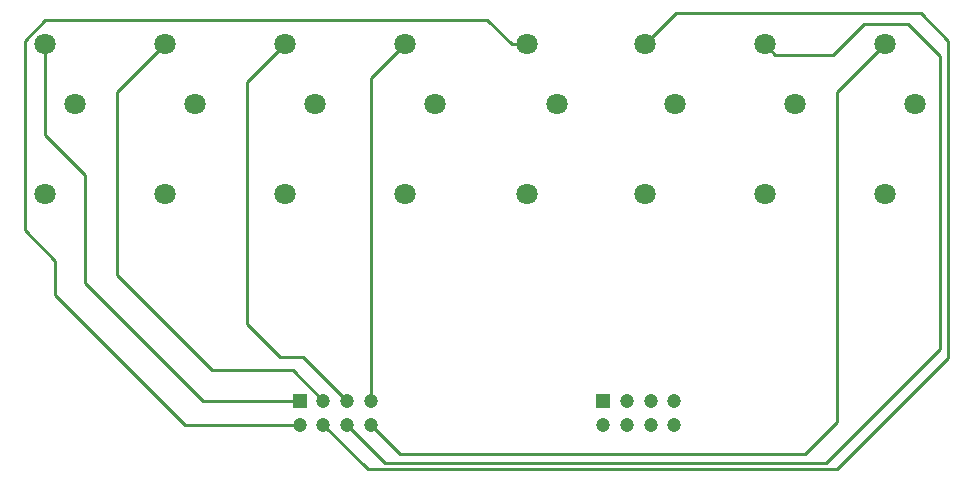
<source format=gbr>
G04 #@! TF.GenerationSoftware,KiCad,Pcbnew,(5.0.0)*
G04 #@! TF.CreationDate,2020-01-07T20:32:05+00:00*
G04 #@! TF.ProjectId,Potentiometer_mount_8LED,506F74656E74696F6D657465725F6D6F,rev?*
G04 #@! TF.SameCoordinates,Original*
G04 #@! TF.FileFunction,Copper,L1,Top,Signal*
G04 #@! TF.FilePolarity,Positive*
%FSLAX46Y46*%
G04 Gerber Fmt 4.6, Leading zero omitted, Abs format (unit mm)*
G04 Created by KiCad (PCBNEW (5.0.0)) date 01/07/20 20:32:05*
%MOMM*%
%LPD*%
G01*
G04 APERTURE LIST*
G04 #@! TA.AperFunction,ComponentPad*
%ADD10C,1.800000*%
G04 #@! TD*
G04 #@! TA.AperFunction,ComponentPad*
%ADD11C,1.200000*%
G04 #@! TD*
G04 #@! TA.AperFunction,ComponentPad*
%ADD12R,1.200000X1.200000*%
G04 #@! TD*
G04 #@! TA.AperFunction,Conductor*
%ADD13C,0.250000*%
G04 #@! TD*
G04 APERTURE END LIST*
D10*
G04 #@! TO.P,LED 8,3*
G04 #@! TO.N,N/C*
X192120000Y-57300000D03*
G04 #@! TO.P,LED 8,2*
X194660000Y-62380000D03*
G04 #@! TO.P,LED 8,1*
X192120000Y-70000000D03*
G04 #@! TD*
G04 #@! TO.P,LED 7,3*
G04 #@! TO.N,N/C*
X181960000Y-57300000D03*
G04 #@! TO.P,LED 7,2*
X184500000Y-62380000D03*
G04 #@! TO.P,LED 7,1*
X181960000Y-70000000D03*
G04 #@! TD*
G04 #@! TO.P,LED 5,3*
G04 #@! TO.N,N/C*
X161800000Y-57300000D03*
G04 #@! TO.P,LED 5,2*
X164340000Y-62380000D03*
G04 #@! TO.P,LED 5,1*
X161800000Y-70000000D03*
G04 #@! TD*
G04 #@! TO.P,LED 6,3*
G04 #@! TO.N,N/C*
X171800000Y-57300000D03*
G04 #@! TO.P,LED 6,2*
X174340000Y-62380000D03*
G04 #@! TO.P,LED 6,1*
X171800000Y-70000000D03*
G04 #@! TD*
D11*
G04 #@! TO.P,To LED,8*
G04 #@! TO.N,N/C*
X174300000Y-89500000D03*
G04 #@! TO.P,To LED,6*
X172300000Y-89500000D03*
G04 #@! TO.P,To LED,4*
X170300000Y-89500000D03*
G04 #@! TO.P,To LED,2*
X168300000Y-89500000D03*
G04 #@! TO.P,To LED,7*
G04 #@! TO.N,Net-(J2-Pad4)*
X174300000Y-87500000D03*
G04 #@! TO.P,To LED,5*
G04 #@! TO.N,Net-(J2-Pad3)*
X172300000Y-87500000D03*
G04 #@! TO.P,To LED,3*
G04 #@! TO.N,Net-(J2-Pad2)*
X170300000Y-87500000D03*
D12*
G04 #@! TO.P,To LED,1*
G04 #@! TO.N,Net-(J2-Pad1)*
X168300000Y-87500000D03*
G04 #@! TD*
D11*
G04 #@! TO.P,From Stimlator,8*
G04 #@! TO.N,N/C*
X148600000Y-89500000D03*
G04 #@! TO.P,From Stimlator,6*
X146600000Y-89500000D03*
G04 #@! TO.P,From Stimlator,4*
X144600000Y-89500000D03*
G04 #@! TO.P,From Stimlator,2*
X142600000Y-89500000D03*
G04 #@! TO.P,From Stimlator,7*
G04 #@! TO.N,Net-(J1-Pad4)*
X148600000Y-87500000D03*
G04 #@! TO.P,From Stimlator,5*
G04 #@! TO.N,Net-(J1-Pad3)*
X146600000Y-87500000D03*
G04 #@! TO.P,From Stimlator,3*
G04 #@! TO.N,Net-(J1-Pad2)*
X144600000Y-87500000D03*
D12*
G04 #@! TO.P,From Stimlator,1*
G04 #@! TO.N,Net-(J1-Pad1)*
X142600000Y-87500000D03*
G04 #@! TD*
D10*
G04 #@! TO.P,LED 1,3*
G04 #@! TO.N,Net-(J1-Pad1)*
X121000000Y-57300000D03*
G04 #@! TO.P,LED 1,2*
G04 #@! TO.N,Net-(J2-Pad1)*
X123540000Y-62380000D03*
G04 #@! TO.P,LED 1,1*
G04 #@! TO.N,Net-(RV1-Pad1)*
X121000000Y-70000000D03*
G04 #@! TD*
G04 #@! TO.P,LED 2,1*
G04 #@! TO.N,Net-(RV2-Pad1)*
X131160000Y-70000000D03*
G04 #@! TO.P,LED 2,2*
G04 #@! TO.N,Net-(J2-Pad2)*
X133700000Y-62380000D03*
G04 #@! TO.P,LED 2,3*
G04 #@! TO.N,Net-(J1-Pad2)*
X131160000Y-57300000D03*
G04 #@! TD*
G04 #@! TO.P,LED 3,3*
G04 #@! TO.N,Net-(J1-Pad3)*
X141320000Y-57300000D03*
G04 #@! TO.P,LED 3,2*
G04 #@! TO.N,Net-(J2-Pad3)*
X143860000Y-62380000D03*
G04 #@! TO.P,LED 3,1*
G04 #@! TO.N,Net-(RV3-Pad1)*
X141320000Y-70000000D03*
G04 #@! TD*
G04 #@! TO.P,LED 4,1*
G04 #@! TO.N,Net-(RV4-Pad1)*
X151480000Y-70000000D03*
G04 #@! TO.P,LED 4,2*
G04 #@! TO.N,Net-(J2-Pad4)*
X154020000Y-62380000D03*
G04 #@! TO.P,LED 4,3*
G04 #@! TO.N,Net-(J1-Pad4)*
X151480000Y-57300000D03*
G04 #@! TD*
D13*
G04 #@! TO.N,*
X191220001Y-58199999D02*
X191200001Y-58199999D01*
X192120000Y-57300000D02*
X191220001Y-58199999D01*
X191200001Y-58199999D02*
X188050000Y-61350000D01*
X188050000Y-88950000D02*
X188050000Y-89250000D01*
X188050000Y-88950000D02*
X188050000Y-89150000D01*
X188050000Y-61350000D02*
X188050000Y-88950000D01*
X188050000Y-89250000D02*
X185350000Y-91950000D01*
X149199999Y-90099999D02*
X148600000Y-89500000D01*
X151050000Y-91950000D02*
X149199999Y-90099999D01*
X185350000Y-91950000D02*
X151050000Y-91950000D01*
X182859999Y-58199999D02*
X187750001Y-58199999D01*
X181960000Y-57300000D02*
X182859999Y-58199999D01*
X187750001Y-58199999D02*
X190400000Y-55550000D01*
X190400000Y-55550000D02*
X194050000Y-55550000D01*
X194050000Y-55550000D02*
X196800000Y-58300000D01*
X196800000Y-58300000D02*
X196800000Y-83050000D01*
X196800000Y-83050000D02*
X187150000Y-92700000D01*
X149800000Y-92700000D02*
X146600000Y-89500000D01*
X187150000Y-92700000D02*
X149800000Y-92700000D01*
X160527208Y-57300000D02*
X158477208Y-55250000D01*
X161800000Y-57300000D02*
X160527208Y-57300000D01*
X158477208Y-55250000D02*
X121050000Y-55250000D01*
X121050000Y-55250000D02*
X119300000Y-57000000D01*
X119300000Y-73036410D02*
X121900000Y-75636410D01*
X119300000Y-57000000D02*
X119300000Y-73036410D01*
X121900000Y-75636410D02*
X121900000Y-78550000D01*
X132850000Y-89500000D02*
X142600000Y-89500000D01*
X121900000Y-78550000D02*
X132850000Y-89500000D01*
X171800000Y-57300000D02*
X174450000Y-54650000D01*
X174450000Y-54650000D02*
X195150000Y-54650000D01*
X195150000Y-54650000D02*
X197500000Y-57000000D01*
X197500000Y-57000000D02*
X197500000Y-83850000D01*
X197500000Y-83850000D02*
X188100000Y-93250000D01*
X148350000Y-93250000D02*
X144600000Y-89500000D01*
X188100000Y-93250000D02*
X148350000Y-93250000D01*
G04 #@! TO.N,Net-(J1-Pad1)*
X134400000Y-87500000D02*
X142600000Y-87500000D01*
X121000000Y-57300000D02*
X121000000Y-64950000D01*
X121000000Y-64950000D02*
X124400000Y-68350000D01*
X124400000Y-77500000D02*
X134400000Y-87500000D01*
X124400000Y-68350000D02*
X124400000Y-77500000D01*
G04 #@! TO.N,Net-(J1-Pad2)*
X131160000Y-57300000D02*
X127100000Y-61360000D01*
X127100000Y-61360000D02*
X127100000Y-76800000D01*
X127100000Y-76800000D02*
X135200000Y-84900000D01*
X142000000Y-84900000D02*
X144600000Y-87500000D01*
X135200000Y-84900000D02*
X142000000Y-84900000D01*
G04 #@! TO.N,Net-(J1-Pad3)*
X140420001Y-58199999D02*
X140400001Y-58199999D01*
X141320000Y-57300000D02*
X140420001Y-58199999D01*
X140400001Y-58199999D02*
X138100000Y-60500000D01*
X138100000Y-60500000D02*
X138100000Y-80950000D01*
X138100000Y-80950000D02*
X140950000Y-83800000D01*
X142900000Y-83800000D02*
X146600000Y-87500000D01*
X140950000Y-83800000D02*
X142900000Y-83800000D01*
G04 #@! TO.N,Net-(J1-Pad4)*
X148600000Y-60180000D02*
X148600000Y-87500000D01*
X151480000Y-57300000D02*
X148600000Y-60180000D01*
G04 #@! TD*
M02*

</source>
